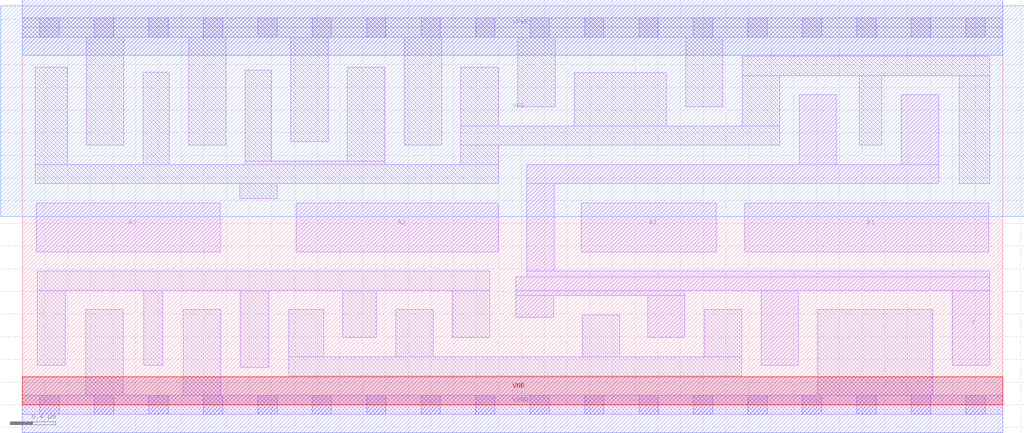
<source format=lef>
# Copyright 2020 The SkyWater PDK Authors
#
# Licensed under the Apache License, Version 2.0 (the "License");
# you may not use this file except in compliance with the License.
# You may obtain a copy of the License at
#
#     https://www.apache.org/licenses/LICENSE-2.0
#
# Unless required by applicable law or agreed to in writing, software
# distributed under the License is distributed on an "AS IS" BASIS,
# WITHOUT WARRANTIES OR CONDITIONS OF ANY KIND, either express or implied.
# See the License for the specific language governing permissions and
# limitations under the License.
#
# SPDX-License-Identifier: Apache-2.0

VERSION 5.7 ;
  NOWIREEXTENSIONATPIN ON ;
  DIVIDERCHAR "/" ;
  BUSBITCHARS "[]" ;
MACRO sky130_fd_sc_hs__a31oi_4
  CLASS CORE ;
  FOREIGN sky130_fd_sc_hs__a31oi_4 ;
  ORIGIN  0.000000  0.000000 ;
  SIZE  8.640000 BY  3.330000 ;
  SYMMETRY X Y ;
  SITE unit ;
  PIN A1
    ANTENNAGATEAREA  1.116000 ;
    DIRECTION INPUT ;
    USE SIGNAL ;
    PORT
      LAYER li1 ;
        RECT 4.925000 1.350000 6.115000 1.780000 ;
    END
  END A1
  PIN A2
    ANTENNAGATEAREA  1.116000 ;
    DIRECTION INPUT ;
    USE SIGNAL ;
    PORT
      LAYER li1 ;
        RECT 2.415000 1.350000 4.195000 1.780000 ;
    END
  END A2
  PIN A3
    ANTENNAGATEAREA  1.116000 ;
    DIRECTION INPUT ;
    USE SIGNAL ;
    PORT
      LAYER li1 ;
        RECT 0.125000 1.350000 1.745000 1.780000 ;
    END
  END A3
  PIN B1
    ANTENNAGATEAREA  0.894000 ;
    DIRECTION INPUT ;
    USE SIGNAL ;
    PORT
      LAYER li1 ;
        RECT 6.365000 1.350000 8.515000 1.780000 ;
    END
  END B1
  PIN Y
    ANTENNADIFFAREA  1.621350 ;
    DIRECTION OUTPUT ;
    USE SIGNAL ;
    PORT
      LAYER li1 ;
        RECT 4.350000 0.770000 4.685000 0.965000 ;
        RECT 4.350000 0.965000 5.840000 1.010000 ;
        RECT 4.350000 1.010000 8.525000 1.130000 ;
        RECT 4.445000 1.130000 8.525000 1.180000 ;
        RECT 4.445000 1.180000 4.690000 1.950000 ;
        RECT 4.445000 1.950000 8.075000 2.120000 ;
        RECT 5.510000 0.595000 5.840000 0.965000 ;
        RECT 6.510000 0.350000 6.840000 1.010000 ;
        RECT 6.845000 2.120000 7.175000 2.735000 ;
        RECT 7.745000 2.120000 8.075000 2.735000 ;
        RECT 8.195000 0.350000 8.525000 1.010000 ;
    END
  END Y
  PIN VGND
    DIRECTION INOUT ;
    USE GROUND ;
    PORT
      LAYER met1 ;
        RECT 0.000000 -0.245000 8.640000 0.245000 ;
    END
  END VGND
  PIN VNB
    DIRECTION INOUT ;
    USE GROUND ;
    PORT
      LAYER pwell ;
        RECT 0.000000 0.000000 8.640000 0.245000 ;
    END
  END VNB
  PIN VPB
    DIRECTION INOUT ;
    USE POWER ;
    PORT
      LAYER nwell ;
        RECT -0.190000 1.660000 8.830000 3.520000 ;
    END
  END VPB
  PIN VPWR
    DIRECTION INOUT ;
    USE POWER ;
    PORT
      LAYER met1 ;
        RECT 0.000000 3.085000 8.640000 3.575000 ;
    END
  END VPWR
  OBS
    LAYER li1 ;
      RECT 0.000000 -0.085000 8.640000 0.085000 ;
      RECT 0.000000  3.245000 8.640000 3.415000 ;
      RECT 0.115000  1.950000 4.195000 2.120000 ;
      RECT 0.115000  2.120000 0.395000 2.980000 ;
      RECT 0.130000  0.350000 0.380000 1.010000 ;
      RECT 0.130000  1.010000 4.120000 1.180000 ;
      RECT 0.560000  0.085000 0.890000 0.840000 ;
      RECT 0.565000  2.290000 0.895000 3.245000 ;
      RECT 1.065000  2.120000 1.295000 2.935000 ;
      RECT 1.070000  0.350000 1.240000 1.010000 ;
      RECT 1.420000  0.085000 1.750000 0.840000 ;
      RECT 1.465000  2.290000 1.795000 3.245000 ;
      RECT 1.915000  1.820000 2.245000 1.950000 ;
      RECT 1.920000  0.330000 2.170000 1.010000 ;
      RECT 1.965000  2.120000 3.195000 2.150000 ;
      RECT 1.965000  2.150000 2.195000 2.950000 ;
      RECT 2.350000  0.255000 6.340000 0.425000 ;
      RECT 2.350000  0.425000 2.655000 0.840000 ;
      RECT 2.365000  2.320000 2.695000 3.245000 ;
      RECT 2.825000  0.595000 3.120000 1.010000 ;
      RECT 2.865000  2.150000 3.195000 2.980000 ;
      RECT 3.290000  0.425000 3.620000 0.840000 ;
      RECT 3.365000  2.290000 3.695000 3.245000 ;
      RECT 3.790000  0.595000 4.120000 1.010000 ;
      RECT 3.865000  2.120000 4.195000 2.290000 ;
      RECT 3.865000  2.290000 6.675000 2.460000 ;
      RECT 3.865000  2.460000 4.195000 2.980000 ;
      RECT 4.365000  2.630000 4.695000 3.245000 ;
      RECT 4.865000  2.460000 5.675000 2.930000 ;
      RECT 4.935000  0.425000 5.265000 0.795000 ;
      RECT 5.845000  2.630000 6.175000 3.245000 ;
      RECT 6.010000  0.425000 6.340000 0.840000 ;
      RECT 6.345000  2.460000 6.675000 2.905000 ;
      RECT 6.345000  2.905000 8.525000 3.075000 ;
      RECT 7.010000  0.085000 8.025000 0.840000 ;
      RECT 7.375000  2.290000 7.575000 2.905000 ;
      RECT 8.255000  1.950000 8.525000 2.905000 ;
    LAYER mcon ;
      RECT 0.155000 -0.085000 0.325000 0.085000 ;
      RECT 0.155000  3.245000 0.325000 3.415000 ;
      RECT 0.635000 -0.085000 0.805000 0.085000 ;
      RECT 0.635000  3.245000 0.805000 3.415000 ;
      RECT 1.115000 -0.085000 1.285000 0.085000 ;
      RECT 1.115000  3.245000 1.285000 3.415000 ;
      RECT 1.595000 -0.085000 1.765000 0.085000 ;
      RECT 1.595000  3.245000 1.765000 3.415000 ;
      RECT 2.075000 -0.085000 2.245000 0.085000 ;
      RECT 2.075000  3.245000 2.245000 3.415000 ;
      RECT 2.555000 -0.085000 2.725000 0.085000 ;
      RECT 2.555000  3.245000 2.725000 3.415000 ;
      RECT 3.035000 -0.085000 3.205000 0.085000 ;
      RECT 3.035000  3.245000 3.205000 3.415000 ;
      RECT 3.515000 -0.085000 3.685000 0.085000 ;
      RECT 3.515000  3.245000 3.685000 3.415000 ;
      RECT 3.995000 -0.085000 4.165000 0.085000 ;
      RECT 3.995000  3.245000 4.165000 3.415000 ;
      RECT 4.475000 -0.085000 4.645000 0.085000 ;
      RECT 4.475000  3.245000 4.645000 3.415000 ;
      RECT 4.955000 -0.085000 5.125000 0.085000 ;
      RECT 4.955000  3.245000 5.125000 3.415000 ;
      RECT 5.435000 -0.085000 5.605000 0.085000 ;
      RECT 5.435000  3.245000 5.605000 3.415000 ;
      RECT 5.915000 -0.085000 6.085000 0.085000 ;
      RECT 5.915000  3.245000 6.085000 3.415000 ;
      RECT 6.395000 -0.085000 6.565000 0.085000 ;
      RECT 6.395000  3.245000 6.565000 3.415000 ;
      RECT 6.875000 -0.085000 7.045000 0.085000 ;
      RECT 6.875000  3.245000 7.045000 3.415000 ;
      RECT 7.355000 -0.085000 7.525000 0.085000 ;
      RECT 7.355000  3.245000 7.525000 3.415000 ;
      RECT 7.835000 -0.085000 8.005000 0.085000 ;
      RECT 7.835000  3.245000 8.005000 3.415000 ;
      RECT 8.315000 -0.085000 8.485000 0.085000 ;
      RECT 8.315000  3.245000 8.485000 3.415000 ;
  END
END sky130_fd_sc_hs__a31oi_4
END LIBRARY

</source>
